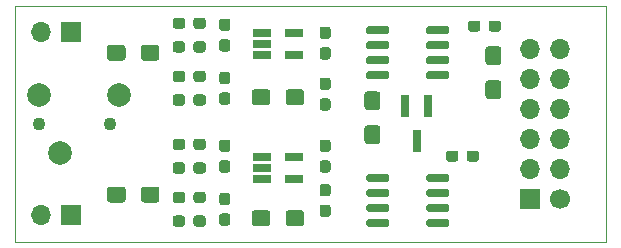
<source format=gbr>
%TF.GenerationSoftware,KiCad,Pcbnew,5.1.9*%
%TF.CreationDate,2021-02-16T17:41:26+03:00*%
%TF.ProjectId,dual-mcp3201-pmod,6475616c-2d6d-4637-9033-3230312d706d,rev?*%
%TF.SameCoordinates,PX4c4b400PY8583b00*%
%TF.FileFunction,Soldermask,Top*%
%TF.FilePolarity,Negative*%
%FSLAX46Y46*%
G04 Gerber Fmt 4.6, Leading zero omitted, Abs format (unit mm)*
G04 Created by KiCad (PCBNEW 5.1.9) date 2021-02-16 17:41:26*
%MOMM*%
%LPD*%
G01*
G04 APERTURE LIST*
%TA.AperFunction,Profile*%
%ADD10C,0.050000*%
%TD*%
%ADD11O,1.700000X1.700000*%
%ADD12R,1.700000X1.700000*%
%ADD13C,1.700000*%
%ADD14C,1.100000*%
%ADD15C,2.000000*%
%ADD16R,0.800000X1.900000*%
%ADD17R,1.560000X0.650000*%
G04 APERTURE END LIST*
D10*
X50000000Y20000000D02*
X0Y20000000D01*
X50000000Y0D02*
X50000000Y20000000D01*
X0Y0D02*
X50000000Y0D01*
X0Y20000000D02*
X0Y0D01*
D11*
%TO.C,X4*%
X2210000Y17750000D03*
D12*
X4750000Y17750000D03*
%TD*%
D11*
%TO.C,X3*%
X2210000Y2250000D03*
D12*
X4750000Y2250000D03*
%TD*%
%TO.C,C12*%
G36*
G01*
X26487500Y17175000D02*
X26012500Y17175000D01*
G75*
G02*
X25775000Y17412500I0J237500D01*
G01*
X25775000Y17987500D01*
G75*
G02*
X26012500Y18225000I237500J0D01*
G01*
X26487500Y18225000D01*
G75*
G02*
X26725000Y17987500I0J-237500D01*
G01*
X26725000Y17412500D01*
G75*
G02*
X26487500Y17175000I-237500J0D01*
G01*
G37*
G36*
G01*
X26487500Y15425000D02*
X26012500Y15425000D01*
G75*
G02*
X25775000Y15662500I0J237500D01*
G01*
X25775000Y16237500D01*
G75*
G02*
X26012500Y16475000I237500J0D01*
G01*
X26487500Y16475000D01*
G75*
G02*
X26725000Y16237500I0J-237500D01*
G01*
X26725000Y15662500D01*
G75*
G02*
X26487500Y15425000I-237500J0D01*
G01*
G37*
%TD*%
%TO.C,C11*%
G36*
G01*
X22900000Y11824999D02*
X22900000Y12675001D01*
G75*
G02*
X23149999Y12925000I249999J0D01*
G01*
X24225001Y12925000D01*
G75*
G02*
X24475000Y12675001I0J-249999D01*
G01*
X24475000Y11824999D01*
G75*
G02*
X24225001Y11575000I-249999J0D01*
G01*
X23149999Y11575000D01*
G75*
G02*
X22900000Y11824999I0J249999D01*
G01*
G37*
G36*
G01*
X20025000Y11824999D02*
X20025000Y12675001D01*
G75*
G02*
X20274999Y12925000I249999J0D01*
G01*
X21350001Y12925000D01*
G75*
G02*
X21600000Y12675001I0J-249999D01*
G01*
X21600000Y11824999D01*
G75*
G02*
X21350001Y11575000I-249999J0D01*
G01*
X20274999Y11575000D01*
G75*
G02*
X20025000Y11824999I0J249999D01*
G01*
G37*
%TD*%
%TO.C,C10*%
G36*
G01*
X14400000Y14237500D02*
X14400000Y13762500D01*
G75*
G02*
X14162500Y13525000I-237500J0D01*
G01*
X13587500Y13525000D01*
G75*
G02*
X13350000Y13762500I0J237500D01*
G01*
X13350000Y14237500D01*
G75*
G02*
X13587500Y14475000I237500J0D01*
G01*
X14162500Y14475000D01*
G75*
G02*
X14400000Y14237500I0J-237500D01*
G01*
G37*
G36*
G01*
X16150000Y14237500D02*
X16150000Y13762500D01*
G75*
G02*
X15912500Y13525000I-237500J0D01*
G01*
X15337500Y13525000D01*
G75*
G02*
X15100000Y13762500I0J237500D01*
G01*
X15100000Y14237500D01*
G75*
G02*
X15337500Y14475000I237500J0D01*
G01*
X15912500Y14475000D01*
G75*
G02*
X16150000Y14237500I0J-237500D01*
G01*
G37*
%TD*%
%TO.C,C9*%
G36*
G01*
X9350000Y16425001D02*
X9350000Y15574999D01*
G75*
G02*
X9100001Y15325000I-249999J0D01*
G01*
X8024999Y15325000D01*
G75*
G02*
X7775000Y15574999I0J249999D01*
G01*
X7775000Y16425001D01*
G75*
G02*
X8024999Y16675000I249999J0D01*
G01*
X9100001Y16675000D01*
G75*
G02*
X9350000Y16425001I0J-249999D01*
G01*
G37*
G36*
G01*
X12225000Y16425001D02*
X12225000Y15574999D01*
G75*
G02*
X11975001Y15325000I-249999J0D01*
G01*
X10899999Y15325000D01*
G75*
G02*
X10650000Y15574999I0J249999D01*
G01*
X10650000Y16425001D01*
G75*
G02*
X10899999Y16675000I249999J0D01*
G01*
X11975001Y16675000D01*
G75*
G02*
X12225000Y16425001I0J-249999D01*
G01*
G37*
%TD*%
%TO.C,C8*%
G36*
G01*
X17512500Y17150000D02*
X17987500Y17150000D01*
G75*
G02*
X18225000Y16912500I0J-237500D01*
G01*
X18225000Y16337500D01*
G75*
G02*
X17987500Y16100000I-237500J0D01*
G01*
X17512500Y16100000D01*
G75*
G02*
X17275000Y16337500I0J237500D01*
G01*
X17275000Y16912500D01*
G75*
G02*
X17512500Y17150000I237500J0D01*
G01*
G37*
G36*
G01*
X17512500Y18900000D02*
X17987500Y18900000D01*
G75*
G02*
X18225000Y18662500I0J-237500D01*
G01*
X18225000Y18087500D01*
G75*
G02*
X17987500Y17850000I-237500J0D01*
G01*
X17512500Y17850000D01*
G75*
G02*
X17275000Y18087500I0J237500D01*
G01*
X17275000Y18662500D01*
G75*
G02*
X17512500Y18900000I237500J0D01*
G01*
G37*
%TD*%
%TO.C,C7*%
G36*
G01*
X40074999Y13662500D02*
X40925001Y13662500D01*
G75*
G02*
X41175000Y13412501I0J-249999D01*
G01*
X41175000Y12337499D01*
G75*
G02*
X40925001Y12087500I-249999J0D01*
G01*
X40074999Y12087500D01*
G75*
G02*
X39825000Y12337499I0J249999D01*
G01*
X39825000Y13412501D01*
G75*
G02*
X40074999Y13662500I249999J0D01*
G01*
G37*
G36*
G01*
X40074999Y16537500D02*
X40925001Y16537500D01*
G75*
G02*
X41175000Y16287501I0J-249999D01*
G01*
X41175000Y15212499D01*
G75*
G02*
X40925001Y14962500I-249999J0D01*
G01*
X40074999Y14962500D01*
G75*
G02*
X39825000Y15212499I0J249999D01*
G01*
X39825000Y16287501D01*
G75*
G02*
X40074999Y16537500I249999J0D01*
G01*
G37*
%TD*%
%TO.C,C14*%
G36*
G01*
X29824999Y9850000D02*
X30675001Y9850000D01*
G75*
G02*
X30925000Y9600001I0J-249999D01*
G01*
X30925000Y8524999D01*
G75*
G02*
X30675001Y8275000I-249999J0D01*
G01*
X29824999Y8275000D01*
G75*
G02*
X29575000Y8524999I0J249999D01*
G01*
X29575000Y9600001D01*
G75*
G02*
X29824999Y9850000I249999J0D01*
G01*
G37*
G36*
G01*
X29824999Y12725000D02*
X30675001Y12725000D01*
G75*
G02*
X30925000Y12475001I0J-249999D01*
G01*
X30925000Y11399999D01*
G75*
G02*
X30675001Y11150000I-249999J0D01*
G01*
X29824999Y11150000D01*
G75*
G02*
X29575000Y11399999I0J249999D01*
G01*
X29575000Y12475001D01*
G75*
G02*
X29824999Y12725000I249999J0D01*
G01*
G37*
%TD*%
%TO.C,C6*%
G36*
G01*
X37525000Y7487500D02*
X37525000Y7012500D01*
G75*
G02*
X37287500Y6775000I-237500J0D01*
G01*
X36712500Y6775000D01*
G75*
G02*
X36475000Y7012500I0J237500D01*
G01*
X36475000Y7487500D01*
G75*
G02*
X36712500Y7725000I237500J0D01*
G01*
X37287500Y7725000D01*
G75*
G02*
X37525000Y7487500I0J-237500D01*
G01*
G37*
G36*
G01*
X39275000Y7487500D02*
X39275000Y7012500D01*
G75*
G02*
X39037500Y6775000I-237500J0D01*
G01*
X38462500Y6775000D01*
G75*
G02*
X38225000Y7012500I0J237500D01*
G01*
X38225000Y7487500D01*
G75*
G02*
X38462500Y7725000I237500J0D01*
G01*
X39037500Y7725000D01*
G75*
G02*
X39275000Y7487500I0J-237500D01*
G01*
G37*
%TD*%
D13*
%TO.C,X2*%
X46170000Y3650000D03*
D12*
X43630000Y3650000D03*
D11*
X46170000Y6190000D03*
X43630000Y6190000D03*
X46170000Y8730000D03*
X43630000Y8730000D03*
X46170000Y11270000D03*
X43630000Y11270000D03*
X46170000Y13810000D03*
X43630000Y13810000D03*
X46170000Y16350000D03*
X43630000Y16350000D03*
%TD*%
D14*
%TO.C,X1*%
X2000000Y10000000D03*
X8000000Y10000000D03*
D15*
X8800000Y12450000D03*
X3800000Y7550000D03*
X2000000Y12450000D03*
%TD*%
%TO.C,R10*%
G36*
G01*
X17512500Y12650000D02*
X17987500Y12650000D01*
G75*
G02*
X18225000Y12412500I0J-237500D01*
G01*
X18225000Y11837500D01*
G75*
G02*
X17987500Y11600000I-237500J0D01*
G01*
X17512500Y11600000D01*
G75*
G02*
X17275000Y11837500I0J237500D01*
G01*
X17275000Y12412500D01*
G75*
G02*
X17512500Y12650000I237500J0D01*
G01*
G37*
G36*
G01*
X17512500Y14400000D02*
X17987500Y14400000D01*
G75*
G02*
X18225000Y14162500I0J-237500D01*
G01*
X18225000Y13587500D01*
G75*
G02*
X17987500Y13350000I-237500J0D01*
G01*
X17512500Y13350000D01*
G75*
G02*
X17275000Y13587500I0J237500D01*
G01*
X17275000Y14162500D01*
G75*
G02*
X17512500Y14400000I237500J0D01*
G01*
G37*
%TD*%
%TO.C,R9*%
G36*
G01*
X15100000Y18262500D02*
X15100000Y18737500D01*
G75*
G02*
X15337500Y18975000I237500J0D01*
G01*
X15912500Y18975000D01*
G75*
G02*
X16150000Y18737500I0J-237500D01*
G01*
X16150000Y18262500D01*
G75*
G02*
X15912500Y18025000I-237500J0D01*
G01*
X15337500Y18025000D01*
G75*
G02*
X15100000Y18262500I0J237500D01*
G01*
G37*
G36*
G01*
X13350000Y18262500D02*
X13350000Y18737500D01*
G75*
G02*
X13587500Y18975000I237500J0D01*
G01*
X14162500Y18975000D01*
G75*
G02*
X14400000Y18737500I0J-237500D01*
G01*
X14400000Y18262500D01*
G75*
G02*
X14162500Y18025000I-237500J0D01*
G01*
X13587500Y18025000D01*
G75*
G02*
X13350000Y18262500I0J237500D01*
G01*
G37*
%TD*%
%TO.C,R8*%
G36*
G01*
X15100000Y11762500D02*
X15100000Y12237500D01*
G75*
G02*
X15337500Y12475000I237500J0D01*
G01*
X15912500Y12475000D01*
G75*
G02*
X16150000Y12237500I0J-237500D01*
G01*
X16150000Y11762500D01*
G75*
G02*
X15912500Y11525000I-237500J0D01*
G01*
X15337500Y11525000D01*
G75*
G02*
X15100000Y11762500I0J237500D01*
G01*
G37*
G36*
G01*
X13350000Y11762500D02*
X13350000Y12237500D01*
G75*
G02*
X13587500Y12475000I237500J0D01*
G01*
X14162500Y12475000D01*
G75*
G02*
X14400000Y12237500I0J-237500D01*
G01*
X14400000Y11762500D01*
G75*
G02*
X14162500Y11525000I-237500J0D01*
G01*
X13587500Y11525000D01*
G75*
G02*
X13350000Y11762500I0J237500D01*
G01*
G37*
%TD*%
%TO.C,R7*%
G36*
G01*
X26012500Y12150000D02*
X26487500Y12150000D01*
G75*
G02*
X26725000Y11912500I0J-237500D01*
G01*
X26725000Y11337500D01*
G75*
G02*
X26487500Y11100000I-237500J0D01*
G01*
X26012500Y11100000D01*
G75*
G02*
X25775000Y11337500I0J237500D01*
G01*
X25775000Y11912500D01*
G75*
G02*
X26012500Y12150000I237500J0D01*
G01*
G37*
G36*
G01*
X26012500Y13900000D02*
X26487500Y13900000D01*
G75*
G02*
X26725000Y13662500I0J-237500D01*
G01*
X26725000Y13087500D01*
G75*
G02*
X26487500Y12850000I-237500J0D01*
G01*
X26012500Y12850000D01*
G75*
G02*
X25775000Y13087500I0J237500D01*
G01*
X25775000Y13662500D01*
G75*
G02*
X26012500Y13900000I237500J0D01*
G01*
G37*
%TD*%
%TO.C,R6*%
G36*
G01*
X15100000Y16262500D02*
X15100000Y16737500D01*
G75*
G02*
X15337500Y16975000I237500J0D01*
G01*
X15912500Y16975000D01*
G75*
G02*
X16150000Y16737500I0J-237500D01*
G01*
X16150000Y16262500D01*
G75*
G02*
X15912500Y16025000I-237500J0D01*
G01*
X15337500Y16025000D01*
G75*
G02*
X15100000Y16262500I0J237500D01*
G01*
G37*
G36*
G01*
X13350000Y16262500D02*
X13350000Y16737500D01*
G75*
G02*
X13587500Y16975000I237500J0D01*
G01*
X14162500Y16975000D01*
G75*
G02*
X14400000Y16737500I0J-237500D01*
G01*
X14400000Y16262500D01*
G75*
G02*
X14162500Y16025000I-237500J0D01*
G01*
X13587500Y16025000D01*
G75*
G02*
X13350000Y16262500I0J237500D01*
G01*
G37*
%TD*%
%TO.C,R5*%
G36*
G01*
X17512500Y2400000D02*
X17987500Y2400000D01*
G75*
G02*
X18225000Y2162500I0J-237500D01*
G01*
X18225000Y1587500D01*
G75*
G02*
X17987500Y1350000I-237500J0D01*
G01*
X17512500Y1350000D01*
G75*
G02*
X17275000Y1587500I0J237500D01*
G01*
X17275000Y2162500D01*
G75*
G02*
X17512500Y2400000I237500J0D01*
G01*
G37*
G36*
G01*
X17512500Y4150000D02*
X17987500Y4150000D01*
G75*
G02*
X18225000Y3912500I0J-237500D01*
G01*
X18225000Y3337500D01*
G75*
G02*
X17987500Y3100000I-237500J0D01*
G01*
X17512500Y3100000D01*
G75*
G02*
X17275000Y3337500I0J237500D01*
G01*
X17275000Y3912500D01*
G75*
G02*
X17512500Y4150000I237500J0D01*
G01*
G37*
%TD*%
%TO.C,R4*%
G36*
G01*
X15100000Y8012500D02*
X15100000Y8487500D01*
G75*
G02*
X15337500Y8725000I237500J0D01*
G01*
X15912500Y8725000D01*
G75*
G02*
X16150000Y8487500I0J-237500D01*
G01*
X16150000Y8012500D01*
G75*
G02*
X15912500Y7775000I-237500J0D01*
G01*
X15337500Y7775000D01*
G75*
G02*
X15100000Y8012500I0J237500D01*
G01*
G37*
G36*
G01*
X13350000Y8012500D02*
X13350000Y8487500D01*
G75*
G02*
X13587500Y8725000I237500J0D01*
G01*
X14162500Y8725000D01*
G75*
G02*
X14400000Y8487500I0J-237500D01*
G01*
X14400000Y8012500D01*
G75*
G02*
X14162500Y7775000I-237500J0D01*
G01*
X13587500Y7775000D01*
G75*
G02*
X13350000Y8012500I0J237500D01*
G01*
G37*
%TD*%
%TO.C,R3*%
G36*
G01*
X15100000Y1512500D02*
X15100000Y1987500D01*
G75*
G02*
X15337500Y2225000I237500J0D01*
G01*
X15912500Y2225000D01*
G75*
G02*
X16150000Y1987500I0J-237500D01*
G01*
X16150000Y1512500D01*
G75*
G02*
X15912500Y1275000I-237500J0D01*
G01*
X15337500Y1275000D01*
G75*
G02*
X15100000Y1512500I0J237500D01*
G01*
G37*
G36*
G01*
X13350000Y1512500D02*
X13350000Y1987500D01*
G75*
G02*
X13587500Y2225000I237500J0D01*
G01*
X14162500Y2225000D01*
G75*
G02*
X14400000Y1987500I0J-237500D01*
G01*
X14400000Y1512500D01*
G75*
G02*
X14162500Y1275000I-237500J0D01*
G01*
X13587500Y1275000D01*
G75*
G02*
X13350000Y1512500I0J237500D01*
G01*
G37*
%TD*%
%TO.C,R2*%
G36*
G01*
X26487500Y3850000D02*
X26012500Y3850000D01*
G75*
G02*
X25775000Y4087500I0J237500D01*
G01*
X25775000Y4662500D01*
G75*
G02*
X26012500Y4900000I237500J0D01*
G01*
X26487500Y4900000D01*
G75*
G02*
X26725000Y4662500I0J-237500D01*
G01*
X26725000Y4087500D01*
G75*
G02*
X26487500Y3850000I-237500J0D01*
G01*
G37*
G36*
G01*
X26487500Y2100000D02*
X26012500Y2100000D01*
G75*
G02*
X25775000Y2337500I0J237500D01*
G01*
X25775000Y2912500D01*
G75*
G02*
X26012500Y3150000I237500J0D01*
G01*
X26487500Y3150000D01*
G75*
G02*
X26725000Y2912500I0J-237500D01*
G01*
X26725000Y2337500D01*
G75*
G02*
X26487500Y2100000I-237500J0D01*
G01*
G37*
%TD*%
%TO.C,R1*%
G36*
G01*
X15100000Y6012500D02*
X15100000Y6487500D01*
G75*
G02*
X15337500Y6725000I237500J0D01*
G01*
X15912500Y6725000D01*
G75*
G02*
X16150000Y6487500I0J-237500D01*
G01*
X16150000Y6012500D01*
G75*
G02*
X15912500Y5775000I-237500J0D01*
G01*
X15337500Y5775000D01*
G75*
G02*
X15100000Y6012500I0J237500D01*
G01*
G37*
G36*
G01*
X13350000Y6012500D02*
X13350000Y6487500D01*
G75*
G02*
X13587500Y6725000I237500J0D01*
G01*
X14162500Y6725000D01*
G75*
G02*
X14400000Y6487500I0J-237500D01*
G01*
X14400000Y6012500D01*
G75*
G02*
X14162500Y5775000I-237500J0D01*
G01*
X13587500Y5775000D01*
G75*
G02*
X13350000Y6012500I0J237500D01*
G01*
G37*
%TD*%
D16*
%TO.C,D5*%
X34000000Y8500000D03*
X33050000Y11500000D03*
X34950000Y11500000D03*
%TD*%
%TO.C,D4*%
G36*
G01*
X34800000Y17742500D02*
X34800000Y18067500D01*
G75*
G02*
X34962500Y18230000I162500J0D01*
G01*
X36612500Y18230000D01*
G75*
G02*
X36775000Y18067500I0J-162500D01*
G01*
X36775000Y17742500D01*
G75*
G02*
X36612500Y17580000I-162500J0D01*
G01*
X34962500Y17580000D01*
G75*
G02*
X34800000Y17742500I0J162500D01*
G01*
G37*
G36*
G01*
X34800000Y16472500D02*
X34800000Y16797500D01*
G75*
G02*
X34962500Y16960000I162500J0D01*
G01*
X36612500Y16960000D01*
G75*
G02*
X36775000Y16797500I0J-162500D01*
G01*
X36775000Y16472500D01*
G75*
G02*
X36612500Y16310000I-162500J0D01*
G01*
X34962500Y16310000D01*
G75*
G02*
X34800000Y16472500I0J162500D01*
G01*
G37*
G36*
G01*
X34800000Y15202500D02*
X34800000Y15527500D01*
G75*
G02*
X34962500Y15690000I162500J0D01*
G01*
X36612500Y15690000D01*
G75*
G02*
X36775000Y15527500I0J-162500D01*
G01*
X36775000Y15202500D01*
G75*
G02*
X36612500Y15040000I-162500J0D01*
G01*
X34962500Y15040000D01*
G75*
G02*
X34800000Y15202500I0J162500D01*
G01*
G37*
G36*
G01*
X34800000Y13932500D02*
X34800000Y14257500D01*
G75*
G02*
X34962500Y14420000I162500J0D01*
G01*
X36612500Y14420000D01*
G75*
G02*
X36775000Y14257500I0J-162500D01*
G01*
X36775000Y13932500D01*
G75*
G02*
X36612500Y13770000I-162500J0D01*
G01*
X34962500Y13770000D01*
G75*
G02*
X34800000Y13932500I0J162500D01*
G01*
G37*
G36*
G01*
X29725000Y13932500D02*
X29725000Y14257500D01*
G75*
G02*
X29887500Y14420000I162500J0D01*
G01*
X31537500Y14420000D01*
G75*
G02*
X31700000Y14257500I0J-162500D01*
G01*
X31700000Y13932500D01*
G75*
G02*
X31537500Y13770000I-162500J0D01*
G01*
X29887500Y13770000D01*
G75*
G02*
X29725000Y13932500I0J162500D01*
G01*
G37*
G36*
G01*
X29725000Y15202500D02*
X29725000Y15527500D01*
G75*
G02*
X29887500Y15690000I162500J0D01*
G01*
X31537500Y15690000D01*
G75*
G02*
X31700000Y15527500I0J-162500D01*
G01*
X31700000Y15202500D01*
G75*
G02*
X31537500Y15040000I-162500J0D01*
G01*
X29887500Y15040000D01*
G75*
G02*
X29725000Y15202500I0J162500D01*
G01*
G37*
G36*
G01*
X29725000Y16472500D02*
X29725000Y16797500D01*
G75*
G02*
X29887500Y16960000I162500J0D01*
G01*
X31537500Y16960000D01*
G75*
G02*
X31700000Y16797500I0J-162500D01*
G01*
X31700000Y16472500D01*
G75*
G02*
X31537500Y16310000I-162500J0D01*
G01*
X29887500Y16310000D01*
G75*
G02*
X29725000Y16472500I0J162500D01*
G01*
G37*
G36*
G01*
X29725000Y17742500D02*
X29725000Y18067500D01*
G75*
G02*
X29887500Y18230000I162500J0D01*
G01*
X31537500Y18230000D01*
G75*
G02*
X31700000Y18067500I0J-162500D01*
G01*
X31700000Y17742500D01*
G75*
G02*
X31537500Y17580000I-162500J0D01*
G01*
X29887500Y17580000D01*
G75*
G02*
X29725000Y17742500I0J162500D01*
G01*
G37*
%TD*%
D17*
%TO.C,D3*%
X23600000Y17700000D03*
X23600000Y15800000D03*
X20900000Y15800000D03*
X20900000Y16750000D03*
X20900000Y17700000D03*
%TD*%
%TO.C,D2*%
G36*
G01*
X34800000Y5242500D02*
X34800000Y5567500D01*
G75*
G02*
X34962500Y5730000I162500J0D01*
G01*
X36612500Y5730000D01*
G75*
G02*
X36775000Y5567500I0J-162500D01*
G01*
X36775000Y5242500D01*
G75*
G02*
X36612500Y5080000I-162500J0D01*
G01*
X34962500Y5080000D01*
G75*
G02*
X34800000Y5242500I0J162500D01*
G01*
G37*
G36*
G01*
X34800000Y3972500D02*
X34800000Y4297500D01*
G75*
G02*
X34962500Y4460000I162500J0D01*
G01*
X36612500Y4460000D01*
G75*
G02*
X36775000Y4297500I0J-162500D01*
G01*
X36775000Y3972500D01*
G75*
G02*
X36612500Y3810000I-162500J0D01*
G01*
X34962500Y3810000D01*
G75*
G02*
X34800000Y3972500I0J162500D01*
G01*
G37*
G36*
G01*
X34800000Y2702500D02*
X34800000Y3027500D01*
G75*
G02*
X34962500Y3190000I162500J0D01*
G01*
X36612500Y3190000D01*
G75*
G02*
X36775000Y3027500I0J-162500D01*
G01*
X36775000Y2702500D01*
G75*
G02*
X36612500Y2540000I-162500J0D01*
G01*
X34962500Y2540000D01*
G75*
G02*
X34800000Y2702500I0J162500D01*
G01*
G37*
G36*
G01*
X34800000Y1432500D02*
X34800000Y1757500D01*
G75*
G02*
X34962500Y1920000I162500J0D01*
G01*
X36612500Y1920000D01*
G75*
G02*
X36775000Y1757500I0J-162500D01*
G01*
X36775000Y1432500D01*
G75*
G02*
X36612500Y1270000I-162500J0D01*
G01*
X34962500Y1270000D01*
G75*
G02*
X34800000Y1432500I0J162500D01*
G01*
G37*
G36*
G01*
X29725000Y1432500D02*
X29725000Y1757500D01*
G75*
G02*
X29887500Y1920000I162500J0D01*
G01*
X31537500Y1920000D01*
G75*
G02*
X31700000Y1757500I0J-162500D01*
G01*
X31700000Y1432500D01*
G75*
G02*
X31537500Y1270000I-162500J0D01*
G01*
X29887500Y1270000D01*
G75*
G02*
X29725000Y1432500I0J162500D01*
G01*
G37*
G36*
G01*
X29725000Y2702500D02*
X29725000Y3027500D01*
G75*
G02*
X29887500Y3190000I162500J0D01*
G01*
X31537500Y3190000D01*
G75*
G02*
X31700000Y3027500I0J-162500D01*
G01*
X31700000Y2702500D01*
G75*
G02*
X31537500Y2540000I-162500J0D01*
G01*
X29887500Y2540000D01*
G75*
G02*
X29725000Y2702500I0J162500D01*
G01*
G37*
G36*
G01*
X29725000Y3972500D02*
X29725000Y4297500D01*
G75*
G02*
X29887500Y4460000I162500J0D01*
G01*
X31537500Y4460000D01*
G75*
G02*
X31700000Y4297500I0J-162500D01*
G01*
X31700000Y3972500D01*
G75*
G02*
X31537500Y3810000I-162500J0D01*
G01*
X29887500Y3810000D01*
G75*
G02*
X29725000Y3972500I0J162500D01*
G01*
G37*
G36*
G01*
X29725000Y5242500D02*
X29725000Y5567500D01*
G75*
G02*
X29887500Y5730000I162500J0D01*
G01*
X31537500Y5730000D01*
G75*
G02*
X31700000Y5567500I0J-162500D01*
G01*
X31700000Y5242500D01*
G75*
G02*
X31537500Y5080000I-162500J0D01*
G01*
X29887500Y5080000D01*
G75*
G02*
X29725000Y5242500I0J162500D01*
G01*
G37*
%TD*%
%TO.C,D1*%
X23600000Y7200000D03*
X23600000Y5300000D03*
X20900000Y5300000D03*
X20900000Y6250000D03*
X20900000Y7200000D03*
%TD*%
%TO.C,C13*%
G36*
G01*
X39400000Y18487500D02*
X39400000Y18012500D01*
G75*
G02*
X39162500Y17775000I-237500J0D01*
G01*
X38587500Y17775000D01*
G75*
G02*
X38350000Y18012500I0J237500D01*
G01*
X38350000Y18487500D01*
G75*
G02*
X38587500Y18725000I237500J0D01*
G01*
X39162500Y18725000D01*
G75*
G02*
X39400000Y18487500I0J-237500D01*
G01*
G37*
G36*
G01*
X41150000Y18487500D02*
X41150000Y18012500D01*
G75*
G02*
X40912500Y17775000I-237500J0D01*
G01*
X40337500Y17775000D01*
G75*
G02*
X40100000Y18012500I0J237500D01*
G01*
X40100000Y18487500D01*
G75*
G02*
X40337500Y18725000I237500J0D01*
G01*
X40912500Y18725000D01*
G75*
G02*
X41150000Y18487500I0J-237500D01*
G01*
G37*
%TD*%
%TO.C,C5*%
G36*
G01*
X26012500Y6900000D02*
X26487500Y6900000D01*
G75*
G02*
X26725000Y6662500I0J-237500D01*
G01*
X26725000Y6087500D01*
G75*
G02*
X26487500Y5850000I-237500J0D01*
G01*
X26012500Y5850000D01*
G75*
G02*
X25775000Y6087500I0J237500D01*
G01*
X25775000Y6662500D01*
G75*
G02*
X26012500Y6900000I237500J0D01*
G01*
G37*
G36*
G01*
X26012500Y8650000D02*
X26487500Y8650000D01*
G75*
G02*
X26725000Y8412500I0J-237500D01*
G01*
X26725000Y7837500D01*
G75*
G02*
X26487500Y7600000I-237500J0D01*
G01*
X26012500Y7600000D01*
G75*
G02*
X25775000Y7837500I0J237500D01*
G01*
X25775000Y8412500D01*
G75*
G02*
X26012500Y8650000I237500J0D01*
G01*
G37*
%TD*%
%TO.C,C4*%
G36*
G01*
X22900000Y1574999D02*
X22900000Y2425001D01*
G75*
G02*
X23149999Y2675000I249999J0D01*
G01*
X24225001Y2675000D01*
G75*
G02*
X24475000Y2425001I0J-249999D01*
G01*
X24475000Y1574999D01*
G75*
G02*
X24225001Y1325000I-249999J0D01*
G01*
X23149999Y1325000D01*
G75*
G02*
X22900000Y1574999I0J249999D01*
G01*
G37*
G36*
G01*
X20025000Y1574999D02*
X20025000Y2425001D01*
G75*
G02*
X20274999Y2675000I249999J0D01*
G01*
X21350001Y2675000D01*
G75*
G02*
X21600000Y2425001I0J-249999D01*
G01*
X21600000Y1574999D01*
G75*
G02*
X21350001Y1325000I-249999J0D01*
G01*
X20274999Y1325000D01*
G75*
G02*
X20025000Y1574999I0J249999D01*
G01*
G37*
%TD*%
%TO.C,C3*%
G36*
G01*
X14400000Y3987500D02*
X14400000Y3512500D01*
G75*
G02*
X14162500Y3275000I-237500J0D01*
G01*
X13587500Y3275000D01*
G75*
G02*
X13350000Y3512500I0J237500D01*
G01*
X13350000Y3987500D01*
G75*
G02*
X13587500Y4225000I237500J0D01*
G01*
X14162500Y4225000D01*
G75*
G02*
X14400000Y3987500I0J-237500D01*
G01*
G37*
G36*
G01*
X16150000Y3987500D02*
X16150000Y3512500D01*
G75*
G02*
X15912500Y3275000I-237500J0D01*
G01*
X15337500Y3275000D01*
G75*
G02*
X15100000Y3512500I0J237500D01*
G01*
X15100000Y3987500D01*
G75*
G02*
X15337500Y4225000I237500J0D01*
G01*
X15912500Y4225000D01*
G75*
G02*
X16150000Y3987500I0J-237500D01*
G01*
G37*
%TD*%
%TO.C,C2*%
G36*
G01*
X9350000Y4425001D02*
X9350000Y3574999D01*
G75*
G02*
X9100001Y3325000I-249999J0D01*
G01*
X8024999Y3325000D01*
G75*
G02*
X7775000Y3574999I0J249999D01*
G01*
X7775000Y4425001D01*
G75*
G02*
X8024999Y4675000I249999J0D01*
G01*
X9100001Y4675000D01*
G75*
G02*
X9350000Y4425001I0J-249999D01*
G01*
G37*
G36*
G01*
X12225000Y4425001D02*
X12225000Y3574999D01*
G75*
G02*
X11975001Y3325000I-249999J0D01*
G01*
X10899999Y3325000D01*
G75*
G02*
X10650000Y3574999I0J249999D01*
G01*
X10650000Y4425001D01*
G75*
G02*
X10899999Y4675000I249999J0D01*
G01*
X11975001Y4675000D01*
G75*
G02*
X12225000Y4425001I0J-249999D01*
G01*
G37*
%TD*%
%TO.C,C1*%
G36*
G01*
X17512500Y6900000D02*
X17987500Y6900000D01*
G75*
G02*
X18225000Y6662500I0J-237500D01*
G01*
X18225000Y6087500D01*
G75*
G02*
X17987500Y5850000I-237500J0D01*
G01*
X17512500Y5850000D01*
G75*
G02*
X17275000Y6087500I0J237500D01*
G01*
X17275000Y6662500D01*
G75*
G02*
X17512500Y6900000I237500J0D01*
G01*
G37*
G36*
G01*
X17512500Y8650000D02*
X17987500Y8650000D01*
G75*
G02*
X18225000Y8412500I0J-237500D01*
G01*
X18225000Y7837500D01*
G75*
G02*
X17987500Y7600000I-237500J0D01*
G01*
X17512500Y7600000D01*
G75*
G02*
X17275000Y7837500I0J237500D01*
G01*
X17275000Y8412500D01*
G75*
G02*
X17512500Y8650000I237500J0D01*
G01*
G37*
%TD*%
M02*

</source>
